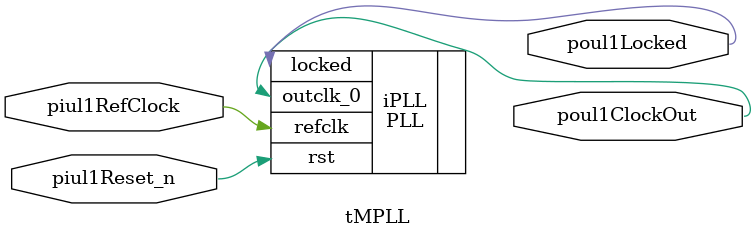
<source format=sv>
`ifndef M_PLL_SV
`define M_PLL_SV


`ifdef TEST

`include "PLL/PLL_sim/PLL.vo"

`else

`include "PLL/PLL.v"

`endif

module tMPLL
( // Ports:
    input  logic    piul1RefClock,
    input  logic    piul1Reset_n,
    output logic    poul1ClockOut,
    output logic    poul1Locked
);  
    
    PLL iPLL (
        .refclk     (piul1RefClock),
        .rst        (piul1Reset_n),
        .outclk_0   (poul1ClockOut),
        .locked     (poul1Locked)
        ); 

endmodule : tMPLL

`endif//M_PLL_SV
</source>
